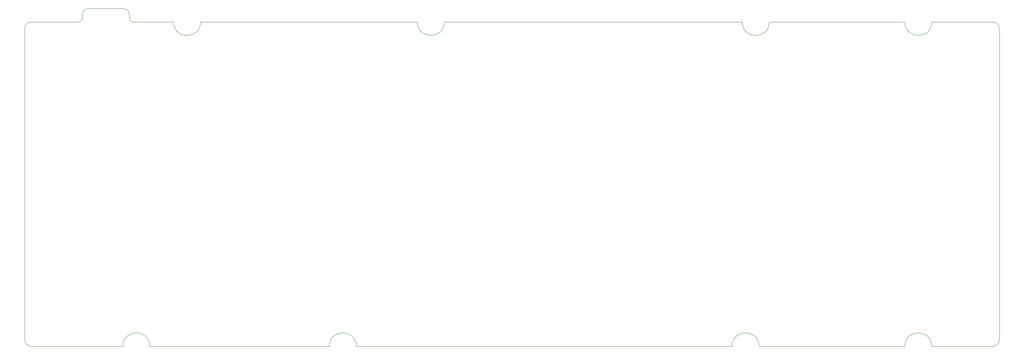
<source format=gm1>
%TF.GenerationSoftware,KiCad,Pcbnew,(5.99.0-10539-g7356f9568d)*%
%TF.CreationDate,2021-05-12T00:16:57+03:00*%
%TF.ProjectId,keyboard,6b657962-6f61-4726-942e-6b696361645f,rev?*%
%TF.SameCoordinates,Original*%
%TF.FileFunction,Profile,NP*%
%FSLAX46Y46*%
G04 Gerber Fmt 4.6, Leading zero omitted, Abs format (unit mm)*
G04 Created by KiCad (PCBNEW (5.99.0-10539-g7356f9568d)) date 2021-05-12 00:16:57*
%MOMM*%
%LPD*%
G01*
G04 APERTURE LIST*
%TA.AperFunction,Profile*%
%ADD10C,0.100000*%
%TD*%
G04 APERTURE END LIST*
D10*
X244475000Y-31750000D02*
X258762500Y-31750000D01*
X206375000Y-31750000D02*
X238125000Y-31750000D01*
X130175000Y-31750000D02*
X200025000Y-31750000D01*
X73025000Y-31750000D02*
X123825000Y-31750000D01*
X57150000Y-31750000D02*
X66675000Y-31750000D01*
X54768750Y-107950000D02*
X33337500Y-107950000D01*
X103187500Y-107950000D02*
X61118750Y-107950000D01*
X197643750Y-107950000D02*
X109537500Y-107950000D01*
X238125000Y-107950000D02*
X203993750Y-107950000D01*
X258762500Y-107950000D02*
X244475000Y-107950000D01*
X66675000Y-31750000D02*
G75*
G03*
X73025000Y-31750000I3175000J0D01*
G01*
X123825000Y-31750000D02*
G75*
G03*
X130175000Y-31750000I3175000J0D01*
G01*
X200025000Y-31750000D02*
G75*
G03*
X206375000Y-31750000I3175000J0D01*
G01*
X238125000Y-31750000D02*
G75*
G03*
X244475000Y-31750000I3175000J0D01*
G01*
X238125000Y-107950000D02*
G75*
G02*
X244475000Y-107950000I3175000J0D01*
G01*
X197643750Y-107950000D02*
G75*
G02*
X203993750Y-107950000I3175000J0D01*
G01*
X54768750Y-107950000D02*
G75*
G02*
X61118750Y-107950000I3175000J0D01*
G01*
X109537500Y-107950000D02*
G75*
G03*
X103187500Y-107950000I-3175000J0D01*
G01*
X33337500Y-31750000D02*
X44450000Y-31750000D01*
X31750000Y-106362500D02*
X31750000Y-33337500D01*
X260350000Y-33337500D02*
X260350000Y-106362500D01*
X260350000Y-33337500D02*
G75*
G03*
X258762500Y-31750000I-1587500J0D01*
G01*
X258762500Y-107950000D02*
G75*
G03*
X260350000Y-106362500I0J1587500D01*
G01*
X33337500Y-107950000D02*
G75*
G02*
X31750000Y-106362500I0J1587500D01*
G01*
X31750000Y-33337500D02*
G75*
G02*
X33337500Y-31750000I1587500J0D01*
G01*
X45243750Y-30162500D02*
X45243750Y-30956250D01*
X56356250Y-30162500D02*
X56356250Y-30956250D01*
X46831250Y-28575000D02*
X54768750Y-28575000D01*
X44450000Y-31750000D02*
G75*
G03*
X45243750Y-30956250I0J793750D01*
G01*
X57150000Y-31750000D02*
G75*
G02*
X56356250Y-30956250I0J793750D01*
G01*
X45243750Y-30162500D02*
G75*
G02*
X46831250Y-28575000I1587500J0D01*
G01*
X56356250Y-30162500D02*
G75*
G03*
X54768750Y-28575000I-1587500J0D01*
G01*
M02*

</source>
